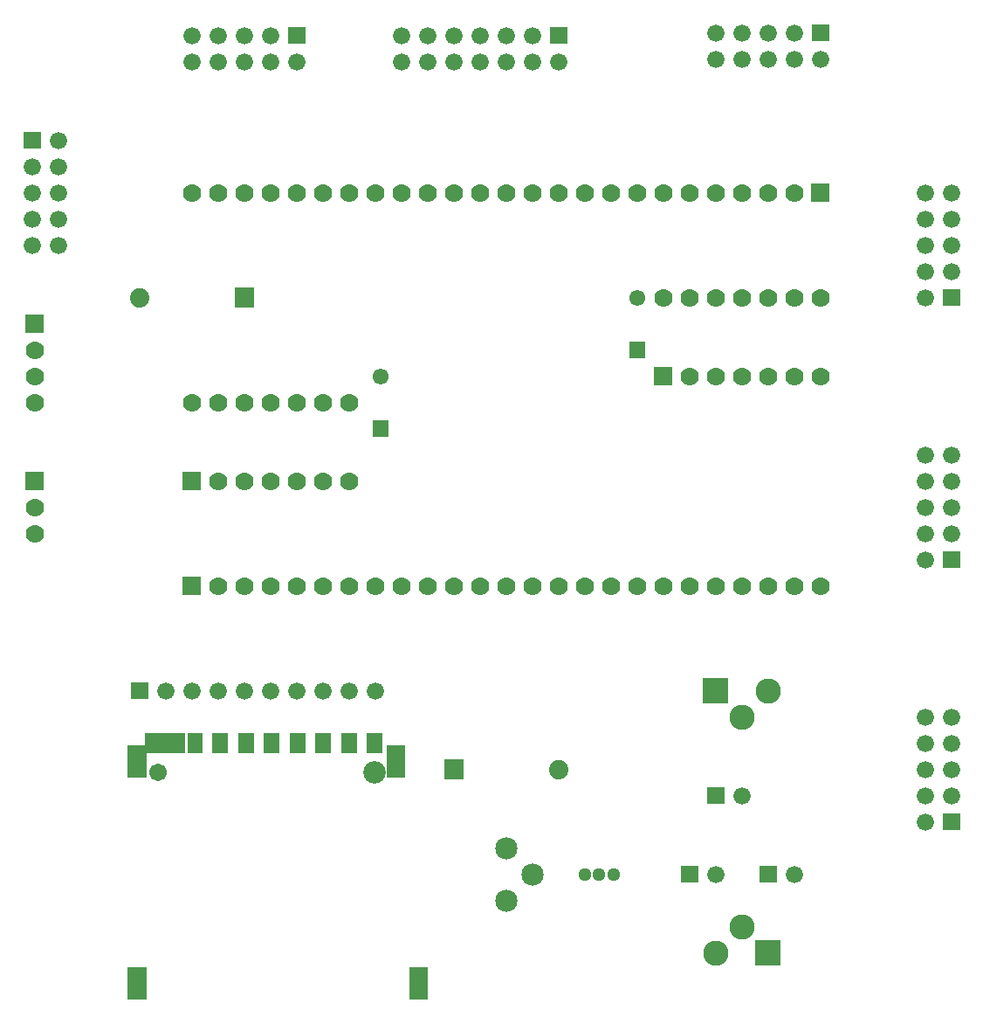
<source format=gbr>
G04 start of page 6 for group -4063 idx -4063 *
G04 Title: (unknown), componentmask *
G04 Creator: pcb 20110918 *
G04 CreationDate: Wed 26 Feb 2014 00:51:11 GMT UTC *
G04 For: ksarkies *
G04 Format: Gerber/RS-274X *
G04 PCB-Dimensions: 390000 390000 *
G04 PCB-Coordinate-Origin: lower left *
%MOIN*%
%FSLAX25Y25*%
%LNTOPMASK*%
%ADD86R,0.0711X0.0711*%
%ADD85R,0.0475X0.0475*%
%ADD84R,0.0594X0.0594*%
%ADD83C,0.0610*%
%ADD82C,0.0675*%
%ADD81C,0.0850*%
%ADD80C,0.0855*%
%ADD79C,0.0740*%
%ADD78C,0.0510*%
%ADD77C,0.0700*%
%ADD76C,0.0960*%
%ADD75C,0.0001*%
%ADD74C,0.0660*%
G54D74*X310000Y361000D03*
X300000Y371000D03*
Y361000D03*
X290000D03*
X280000D03*
X290000Y371000D03*
X280000D03*
G54D75*G36*
X266700Y53300D02*Y46700D01*
X273300D01*
Y53300D01*
X266700D01*
G37*
G54D74*X280000Y50000D03*
G54D75*G36*
X295200Y24800D02*Y15200D01*
X304800D01*
Y24800D01*
X295200D01*
G37*
G54D76*X290000Y30000D03*
X280000Y20000D03*
G54D75*G36*
X275200Y124800D02*Y115200D01*
X284800D01*
Y124800D01*
X275200D01*
G37*
G54D77*X260000Y160000D03*
X270000D03*
X280000D03*
X290000D03*
G54D76*Y110000D03*
X300000Y120000D03*
G54D77*Y160000D03*
X310000D03*
X320000D03*
X300000Y240000D03*
Y270000D03*
G54D75*G36*
X296700Y53300D02*Y46700D01*
X303300D01*
Y53300D01*
X296700D01*
G37*
G54D74*X310000Y50000D03*
G54D75*G36*
X276700Y83300D02*Y76700D01*
X283300D01*
Y83300D01*
X276700D01*
G37*
G54D74*X290000Y80000D03*
X370000Y110000D03*
G54D75*G36*
X366700Y173300D02*Y166700D01*
X373300D01*
Y173300D01*
X366700D01*
G37*
G54D74*X370000Y180000D03*
Y190000D03*
Y200000D03*
Y210000D03*
X360000Y170000D03*
Y180000D03*
Y190000D03*
Y200000D03*
Y210000D03*
G54D75*G36*
X366700Y273300D02*Y266700D01*
X373300D01*
Y273300D01*
X366700D01*
G37*
G54D74*X360000Y270000D03*
Y280000D03*
Y290000D03*
Y300000D03*
Y310000D03*
X370000Y280000D03*
Y290000D03*
Y300000D03*
Y310000D03*
G54D75*G36*
X366700Y73300D02*Y66700D01*
X373300D01*
Y73300D01*
X366700D01*
G37*
G54D74*X360000Y70000D03*
X370000Y80000D03*
X360000D03*
X370000Y90000D03*
X360000D03*
X370000Y100000D03*
X360000D03*
Y110000D03*
G54D78*X230000Y50000D03*
G54D79*X220000Y90000D03*
G54D78*X235500Y50000D03*
X241000D03*
G54D75*G36*
X176300Y93700D02*Y86300D01*
X183700D01*
Y93700D01*
X176300D01*
G37*
G54D80*X149842Y88977D03*
G54D81*X200000Y60000D03*
X210000Y50000D03*
X200000Y40000D03*
G54D77*X20000Y180000D03*
G54D75*G36*
X16500Y263500D02*Y256500D01*
X23500D01*
Y263500D01*
X16500D01*
G37*
G54D77*X20000Y250000D03*
Y240000D03*
Y230000D03*
G54D75*G36*
X16500Y203500D02*Y196500D01*
X23500D01*
Y203500D01*
X16500D01*
G37*
G54D77*X20000Y190000D03*
G54D75*G36*
X15700Y333300D02*Y326700D01*
X22300D01*
Y333300D01*
X15700D01*
G37*
G54D74*X29000Y330000D03*
Y320000D03*
Y310000D03*
Y300000D03*
Y290000D03*
X19000Y320000D03*
Y310000D03*
Y300000D03*
Y290000D03*
G54D75*G36*
X56700Y123300D02*Y116700D01*
X63300D01*
Y123300D01*
X56700D01*
G37*
G54D74*X70000Y120000D03*
X80000D03*
X90000D03*
X100000D03*
X110000D03*
G54D75*G36*
X76500Y163500D02*Y156500D01*
X83500D01*
Y163500D01*
X76500D01*
G37*
G54D77*X90000Y160000D03*
X100000D03*
G54D82*X67165Y88977D03*
G54D74*X120000Y120000D03*
X130000D03*
X140000D03*
X150000D03*
G54D77*X110000Y160000D03*
X120000D03*
X130000D03*
G54D75*G36*
X96300Y273700D02*Y266300D01*
X103700D01*
Y273700D01*
X96300D01*
G37*
G54D79*X60000Y270000D03*
G54D75*G36*
X76500Y203500D02*Y196500D01*
X83500D01*
Y203500D01*
X76500D01*
G37*
G54D77*X90000Y200000D03*
X100000D03*
X110000D03*
X120000D03*
X130000D03*
Y230000D03*
X120000D03*
X110000D03*
X100000D03*
X90000D03*
X80000D03*
X130000Y310000D03*
X120000D03*
X110000D03*
X100000D03*
X90000D03*
X80000D03*
G54D75*G36*
X116700Y373300D02*Y366700D01*
X123300D01*
Y373300D01*
X116700D01*
G37*
G54D74*X120000Y360000D03*
X110000Y370000D03*
Y360000D03*
X100000Y370000D03*
Y360000D03*
X90000Y370000D03*
Y360000D03*
X80000D03*
Y370000D03*
G54D77*X140000Y160000D03*
X150000D03*
X160000D03*
X170000D03*
X180000D03*
X190000D03*
X200000D03*
X210000D03*
X220000D03*
X230000D03*
X240000D03*
X250000D03*
X140000Y200000D03*
Y230000D03*
G54D75*G36*
X148950Y223050D02*Y216950D01*
X155050D01*
Y223050D01*
X148950D01*
G37*
G54D83*X152000Y240000D03*
G54D75*G36*
X246950Y253050D02*Y246950D01*
X253050D01*
Y253050D01*
X246950D01*
G37*
G54D83*X250000Y270000D03*
G54D75*G36*
X316500Y313500D02*Y306500D01*
X323500D01*
Y313500D01*
X316500D01*
G37*
G54D77*X310000Y310000D03*
X300000D03*
X250000D03*
X240000D03*
X230000D03*
X220000D03*
X210000D03*
X200000D03*
X190000D03*
X180000D03*
X170000D03*
X160000D03*
X150000D03*
X140000D03*
G54D75*G36*
X216700Y373300D02*Y366700D01*
X223300D01*
Y373300D01*
X216700D01*
G37*
G54D74*X220000Y360000D03*
X210000Y370000D03*
Y360000D03*
X200000Y370000D03*
Y360000D03*
X190000Y370000D03*
X180000D03*
X170000D03*
X160000D03*
X190000Y360000D03*
X180000D03*
X170000D03*
X160000D03*
G54D77*X290000Y310000D03*
X280000D03*
X270000D03*
X260000D03*
G54D75*G36*
X256500Y243500D02*Y236500D01*
X263500D01*
Y243500D01*
X256500D01*
G37*
G54D77*X270000Y240000D03*
X280000D03*
X290000D03*
Y270000D03*
X280000D03*
X270000D03*
X260000D03*
X310000Y240000D03*
X320000D03*
Y270000D03*
X310000D03*
G54D75*G36*
X316700Y374300D02*Y367700D01*
X323300D01*
Y374300D01*
X316700D01*
G37*
G54D74*X320000Y361000D03*
X310000Y371000D03*
G54D84*X90786Y100985D02*Y99016D01*
X100629Y100985D02*Y99016D01*
X110471Y100985D02*Y99016D01*
G54D85*X64566Y101575D02*Y98426D01*
X69290Y101575D02*Y98426D01*
G54D84*X81259Y100985D02*Y99016D01*
X74566Y100985D02*Y99016D01*
G54D86*X59094Y95472D02*Y90354D01*
Y10828D02*Y5710D01*
G54D84*X120314Y100985D02*Y99016D01*
X130156Y100985D02*Y99016D01*
X139999Y100985D02*Y99016D01*
X149841Y100985D02*Y99016D01*
G54D86*X157913Y95472D02*Y90354D01*
X166575Y10828D02*Y5710D01*
M02*

</source>
